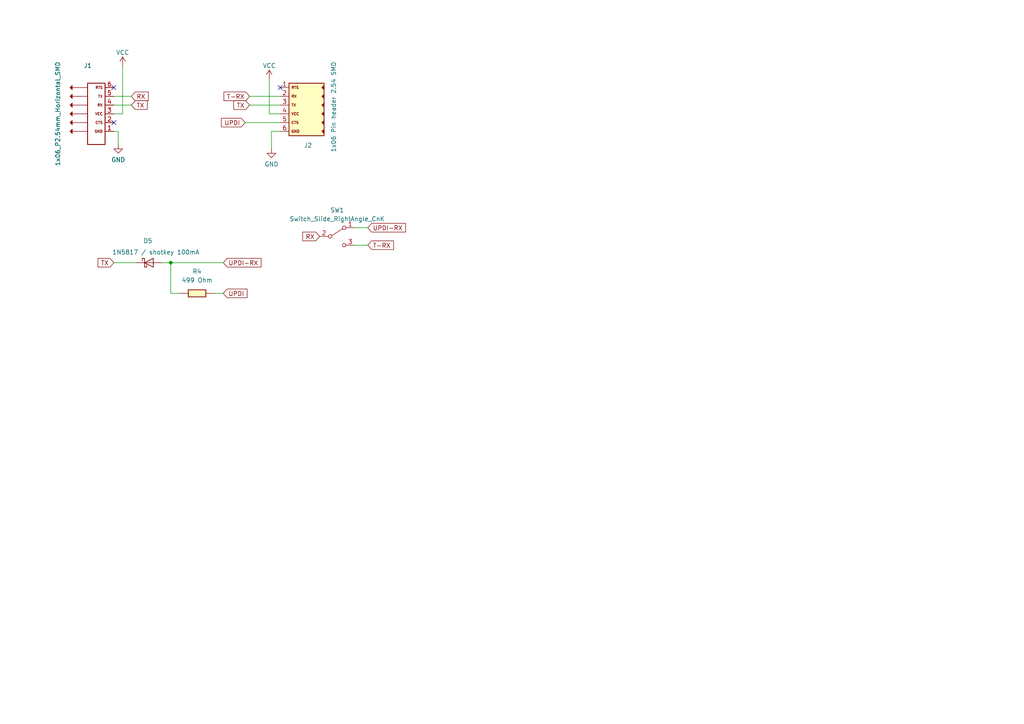
<source format=kicad_sch>
(kicad_sch (version 20250114) (generator "eeschema") (generator_version "9.0")
  (paper "A4")
  (lib_symbols
    (symbol "fab:Conn_PinHeader_FTDI_1x06_P2.54mm_Horizontal_SMD"
      (property "Reference" "J" (at 0 10.16 0))
      (property "Value" "Conn_PinHeader_FTDI_1x06_P2.54mm_Horizontal_SMD" (at 0 -10.16 0))
      (symbol "Conn_PinHeader_FTDI_1x06_P2.54mm_Horizontal_SMD_0_0"
        (polyline (pts (xy 2.54 5.08) (xy 7.62 5.08)))
        (polyline (pts (xy 2.54 2.54) (xy 7.62 2.54)))
        (polyline (pts (xy 2.54 0) (xy 7.62 0)))
        (polyline (pts (xy 2.54 -2.54) (xy 7.62 -2.54)))
        (polyline (pts (xy 2.54 -5.08) (xy 7.62 -5.08)))
        (polyline (pts (xy 2.54 -7.62) (xy 7.62 -7.62)))
        (polyline (pts (xy 6.985 5.715) (xy 7.62 5.08) (xy 6.985 4.445) (xy 6.985 5.715)) (fill (type outline)))
        (polyline (pts (xy 6.985 3.175) (xy 7.62 2.54) (xy 6.985 1.905) (xy 6.985 3.175)) (fill (type outline)))
        (polyline (pts (xy 6.985 0.635) (xy 7.62 0) (xy 6.985 -0.635) (xy 6.985 0.635)) (fill (type outline)))
        (polyline (pts (xy 6.985 -1.905) (xy 7.62 -2.54) (xy 6.985 -3.175) (xy 6.985 -1.905)) (fill (type outline)))
        (polyline (pts (xy 6.985 -4.445) (xy 7.62 -5.08) (xy 6.985 -5.715) (xy 6.985 -4.445)) (fill (type outline)))
        (polyline (pts (xy 6.985 -6.985) (xy 7.62 -7.62) (xy 6.985 -8.255) (xy 6.985 -6.985)) (fill (type outline)))
        (text "GND" (at -1.905 5.08 0) (effects (font (size 0.75 0.75)) (justify left)))
        (text "CTS" (at -1.905 2.54 0) (effects (font (size 0.75 0.75)) (justify left)))
        (text "VCC" (at -1.905 0 0) (effects (font (size 0.75 0.75)) (justify left)))
        (text "RX" (at -1.905 -2.54 0) (effects (font (size 0.75 0.75)) (justify left)))
        (text "TX" (at -1.905 -5.08 0) (effects (font (size 0.75 0.75)) (justify left)))
        (text "RTS" (at -1.905 -7.62 0) (effects (font (size 0.75 0.75)) (justify left)))
      )
      (symbol "Conn_PinHeader_FTDI_1x06_P2.54mm_Horizontal_SMD_1_0"
        (rectangle (start -2.54 8.89) (end 2.54 -8.89) (stroke (width 0.254)))
      )
      (symbol "Conn_PinHeader_FTDI_1x06_P2.54mm_Horizontal_SMD_1_1"
        (pin passive line (at -5.08 5.08 0) (length 2.54) (name "") (number "1"))
        (pin passive line (at -5.08 2.54 0) (length 2.54) (name "") (number "2"))
        (pin passive line (at -5.08 0 0) (length 2.54) (name "") (number "3"))
        (pin passive line (at -5.08 -2.54 0) (length 2.54) (name "") (number "4"))
        (pin passive line (at -5.08 -5.08 0) (length 2.54) (name "") (number "5"))
        (pin passive line (at -5.08 -7.62 0) (length 2.54) (name "") (number "6"))
      )
    )
    (symbol "fab:Diode_Schottky_MiniSMA" (pin_numbers (hide yes)) (pin_names (offset 1.016) (hide yes))
      (property "Reference" "D" (at 0 2.54 0))
      (property "Value" "Diode_Schottky_MiniSMA" (at 0 -2.54 0))
      (symbol "Diode_Schottky_MiniSMA_0_1"
        (polyline (pts (xy -1.905 0.635) (xy -1.905 1.27) (xy -1.27 1.27) (xy -1.27 -1.27) (xy -0.635 -1.27) (xy -0.635 -0.635)) (stroke (width 0.2032)))
        (polyline (pts (xy 1.27 1.27) (xy 1.27 -1.27) (xy -1.27 0) (xy 1.27 1.27)) (stroke (width 0.2032)))
        (polyline (pts (xy 1.27 0) (xy -1.27 0)))
      )
      (symbol "Diode_Schottky_MiniSMA_1_1"
        (pin passive line (at -3.81 0 0) (length 2.54) (name "K") (number "1"))
        (pin passive line (at 3.81 0 180) (length 2.54) (name "A") (number "2"))
      )
    )
    (symbol "fab:R_1206" (pin_numbers (hide yes)) (pin_names (offset 0))
      (property "Reference" "R" (at 2.54 0 90))
      (property "Value" "R_1206" (at -2.54 0 90))
      (symbol "R_1206_0_1"
        (rectangle (start -1.016 -2.54) (end 1.016 2.54) (stroke (width 0.254)) (fill (type background)))
      )
      (symbol "R_1206_1_1"
        (pin passive line (at 0 5.08 270) (length 2.54) (name "~") (number "1"))
        (pin passive line (at 0 -5.08 90) (length 2.54) (name "~") (number "2"))
      )
    )
    (symbol "fab:Switch_Slide_RightAngle_CnK" (pin_names (offset 0) (hide yes))
      (property "Reference" "SW" (at 0 4.318 0))
      (property "Value" "Switch_Slide_RightAngle_CnK" (at 0 -5.08 0))
      (symbol "Switch_Slide_RightAngle_CnK_0_0"
        (circle (center -2.032 0) (radius 0.508))
        (circle (center 2.032 -2.54) (radius 0.508))
      )
      (symbol "Switch_Slide_RightAngle_CnK_0_1"
        (polyline (pts (xy -1.524 0.254) (xy 1.651 2.286)))
        (circle (center 2.032 2.54) (radius 0.508))
      )
      (symbol "Switch_Slide_RightAngle_CnK_1_1"
        (pin passive line (at -5.08 0 0) (length 2.54) (name "B") (number "2"))
        (pin passive line (at 5.08 2.54 180) (length 2.54) (name "A") (number "1"))
        (pin passive line (at 5.08 -2.54 180) (length 2.54) (name "C") (number "3"))
      )
    )
    (symbol "fabold:Conn_PinSocket_FTDI_1x06_P2.54mm_Horizontal_SMD"
      (property "Reference" "J" (at 0 7.62 0))
      (property "Value" "Conn_PinSocket_FTDI_1x06_P2.54mm_Horizontal_SMD" (at 0 -10.16 0))
      (symbol "Conn_PinSocket_FTDI_1x06_P2.54mm_Horizontal_SMD_0_0"
        (polyline (pts (xy -2.286 -7.366) (xy -2.286 -7.366)))
        (polyline (pts (xy 5.08 5.715) (xy 4.445 5.08) (xy 5.08 4.445) (xy 5.08 5.715)) (fill (type outline)))
        (polyline (pts (xy 5.08 3.175) (xy 4.445 2.54) (xy 5.08 1.905) (xy 5.08 3.175)) (fill (type outline)))
        (polyline (pts (xy 5.08 0.635) (xy 4.445 0) (xy 5.08 -0.635) (xy 5.08 0.635)) (fill (type outline)))
        (polyline (pts (xy 5.08 -1.905) (xy 4.445 -2.54) (xy 5.08 -3.175) (xy 5.08 -1.905)) (fill (type outline)))
        (polyline (pts (xy 5.08 -4.445) (xy 4.445 -5.08) (xy 5.08 -5.715) (xy 5.08 -4.445)) (fill (type outline)))
        (polyline (pts (xy 5.08 -6.985) (xy 4.445 -7.62) (xy 5.08 -8.255) (xy 5.08 -6.985)) (fill (type outline)))
        (text "RTS" (at -4.445 5.08 0) (effects (font (size 0.75 0.75)) (justify left)))
        (text "RX" (at -4.445 2.54 0) (effects (font (size 0.75 0.75)) (justify left)))
        (text "TX" (at -4.445 0 0) (effects (font (size 0.75 0.75)) (justify left)))
        (text "VCC" (at -4.445 -2.54 0) (effects (font (size 0.75 0.75)) (justify left)))
        (text "CTS" (at -4.445 -5.08 0) (effects (font (size 0.75 0.75)) (justify left)))
        (text "GND" (at -4.445 -7.62 0) (effects (font (size 0.75 0.75)) (justify left)))
      )
      (symbol "Conn_PinSocket_FTDI_1x06_P2.54mm_Horizontal_SMD_0_1"
        (rectangle (start -5.08 6.35) (end 5.08 -8.89) (stroke (width 0.254)) (fill (type background)))
      )
      (symbol "Conn_PinSocket_FTDI_1x06_P2.54mm_Horizontal_SMD_1_1"
        (pin passive line (at -7.62 5.08 0) (length 2.54) (name "") (number "1"))
        (pin passive line (at -7.62 2.54 0) (length 2.54) (name "") (number "2"))
        (pin passive line (at -7.62 0 0) (length 2.54) (name "") (number "3"))
        (pin passive line (at -7.62 -2.54 0) (length 2.54) (name "") (number "4"))
        (pin passive line (at -7.62 -5.08 0) (length 2.54) (name "") (number "5"))
        (pin passive line (at -7.62 -7.62 0) (length 2.54) (name "") (number "6"))
      )
    )
    (symbol "power:GND" (power) (pin_names (offset 0))
      (property "Value" "GND" (at 0 -3.81 0))
      (symbol "GND_0_1"
        (polyline (pts (xy 0 0) (xy 0 -1.27) (xy 1.27 -1.27) (xy 0 -2.54) (xy -1.27 -1.27) (xy 0 -1.27)))
      )
      (symbol "GND_1_1"
        (pin power_in line (at 0 0 270) (length 0) (hide yes) (name "GND") (number "1"))
      )
    )
    (symbol "power:VCC" (power) (pin_names (offset 0))
      (property "Value" "VCC" (at 0 3.81 0))
      (symbol "VCC_0_1"
        (polyline (pts (xy -0.762 1.27) (xy 0 2.54)))
        (polyline (pts (xy 0 2.54) (xy 0.762 1.27)))
        (polyline (pts (xy 0 0) (xy 0 2.54)))
      )
      (symbol "VCC_1_1"
        (pin power_in line (at 0 0 90) (length 0) (hide yes) (name "VCC") (number "1"))
      )
    )
  )
  (junction (at 49.53 76.2))
  (no_connect (at 81.28 25.4))
  (no_connect (at 33.02 25.4))
  (no_connect (at 33.02 35.56))
  (wire (pts (xy 38.1 30.48) (xy 33.02 30.48)))
  (wire (pts (xy 72.39 27.94) (xy 81.28 27.94)))
  (wire (pts (xy 81.28 38.1) (xy 78.74 38.1)))
  (wire (pts (xy 46.99 76.2) (xy 49.53 76.2)))
  (wire (pts (xy 35.56 19.05) (xy 35.56 33.02)))
  (wire (pts (xy 78.105 33.02) (xy 78.105 22.86)))
  (wire (pts (xy 106.68 66.04) (xy 102.87 66.04)))
  (wire (pts (xy 34.29 38.1) (xy 34.29 41.91)))
  (wire (pts (xy 71.12 35.56) (xy 81.28 35.56)))
  (wire (pts (xy 64.77 85.09) (xy 62.23 85.09)))
  (wire (pts (xy 33.02 38.1) (xy 34.29 38.1)))
  (wire (pts (xy 78.74 38.1) (xy 78.74 43.18)))
  (wire (pts (xy 52.07 85.09) (xy 49.53 85.09)))
  (wire (pts (xy 39.37 76.2) (xy 33.02 76.2)))
  (wire (pts (xy 38.1 27.94) (xy 33.02 27.94)))
  (wire (pts (xy 72.39 30.48) (xy 81.28 30.48)))
  (wire (pts (xy 81.28 33.02) (xy 78.105 33.02)))
  (wire (pts (xy 49.53 76.2) (xy 64.77 76.2)))
  (wire (pts (xy 106.68 71.12) (xy 102.87 71.12)))
  (wire (pts (xy 33.02 33.02) (xy 35.56 33.02)))
  (wire (pts (xy 49.53 76.2) (xy 49.53 85.09)))
  (global_label "UPDI-RX" (shape input) (at 106.68 66.04 0) (property "Intersheetrefs" "${INTERSHEET_REFS}" (effects (hide yes))))
  (global_label "T-RX" (shape input) (at 72.39 27.94 180) (property "Intersheetrefs" "${INTERSHEET_REFS}" (effects (hide yes))))
  (global_label "T-RX" (shape input) (at 106.68 71.12 0) (property "Intersheetrefs" "${INTERSHEET_REFS}" (effects (hide yes))))
  (global_label "RX" (shape input) (at 38.1 27.94 0) (property "Intersheetrefs" "${INTERSHEET_REFS}" (effects (hide yes))))
  (global_label "UPDI" (shape input) (at 71.12 35.56 180) (property "Intersheetrefs" "${INTERSHEET_REFS}" (effects (hide yes))))
  (global_label "TX" (shape input) (at 38.1 30.48 0) (property "Intersheetrefs" "${INTERSHEET_REFS}" (effects (hide yes))))
  (global_label "UPDI" (shape input) (at 64.77 85.09 0) (property "Intersheetrefs" "${INTERSHEET_REFS}" (effects (hide yes))))
  (global_label "UPDI-RX" (shape input) (at 64.77 76.2 0) (property "Intersheetrefs" "${INTERSHEET_REFS}" (effects (hide yes))))
  (global_label "TX" (shape input) (at 72.39 30.48 180) (property "Intersheetrefs" "${INTERSHEET_REFS}" (effects (hide yes))))
  (global_label "TX" (shape input) (at 33.02 76.2 180) (property "Intersheetrefs" "${INTERSHEET_REFS}" (effects (hide yes))))
  (global_label "RX" (shape input) (at 92.71 68.58 180) (property "Intersheetrefs" "${INTERSHEET_REFS}" (effects (hide yes))))
  (symbol (lib_id "fab:Diode_Schottky_MiniSMA") (at 43.18 76.2 0) (unit 1)
    (property "Reference" "D5" (at 42.8625 69.85 0))
    (property "Value" "1N5817 / shotkey 100mA" (at 45.212 73.152 0))
    (property "Footprint" "fab:Diode_Schottky_MiniSMA" (effects (hide yes)))
    (property "Datasheet" "https://www.st.com/content/ccc/resource/technical/document/datasheet/c6/32/d4/4a/28/d3/4b/11/CD00004930.pdf/files/CD00004930.pdf/jcr:content/translations/en.CD00004930.pdf" (effects (hide yes)))
    (property "Description" "Schottky diode with Mini-SMA footprint" (effects (hide yes)))
  )
  (symbol (lib_id "power:VCC") (at 78.105 22.86 0) (unit 1)
    (property "Reference" "#PWR05" (effects (hide yes)))
    (property "Value" "VCC" (at 78.105 19.05 0))
  )
  (symbol (lib_id "fab:R_1206") (at 57.15 85.09 90) (unit 1)
    (property "Reference" "R4" (at 57.15 78.74 90))
    (property "Value" "499 Ohm" (at 57.15 81.28 90))
    (property "Footprint" "fab:R_1206" (effects (hide yes)))
    (property "Description" "Resistor" (effects (hide yes)))
  )
  (symbol (lib_id "fab:Switch_Slide_RightAngle_CnK") (at 97.79 68.58 0) (unit 1)
    (property "Reference" "SW1" (at 97.79 60.96 0))
    (property "Value" "Switch_Slide_RightAngle_CnK" (at 97.79 63.5 0))
    (property "Footprint" "fab:Switch_Slide_RightAngle_CnK_AYZ0102AGRLC_7.2x3mm" (effects (hide yes)))
    (property "Datasheet" "https://www.ckswitches.com/media/1431/ayz.pdf" (effects (hide yes)))
    (property "Description" "Slide Switch SPDT Surface Mount, Right Angle" (effects (hide yes)))
  )
  (symbol (lib_id "fab:Conn_PinHeader_FTDI_1x06_P2.54mm_Horizontal_SMD") (at 27.94 33.02 180) (unit 1)
    (property "Reference" "J1" (at 25.4635 19.05 0))
    (property "Value" "1x06_P2.54mm_Horizontal_SMD" (at 16.764 33.02 90))
    (property "Footprint" "fab:PinHeader_1x06_P2.54mm_Horizontal_SMD" (effects (hide yes)))
    (property "Description" "FTDI header connector, usually used on the target board side" (effects (hide yes)))
  )
  (symbol (lib_id "power:GND") (at 34.29 41.91 0) (unit 1)
    (property "Reference" "#PWR08" (effects (hide yes)))
    (property "Value" "GND" (at 34.29 46.355 0))
  )
  (symbol (lib_id "power:GND") (at 78.74 43.18 0) (unit 1)
    (property "Reference" "#PWR04" (effects (hide yes)))
    (property "Value" "GND" (at 78.74 47.625 0))
  )
  (symbol (lib_id "fabold:Conn_PinSocket_FTDI_1x06_P2.54mm_Horizontal_SMD") (at 88.9 30.48 0) (unit 1)
    (property "Reference" "J2" (at 88.138 42.164 0) (effects (justify left)))
    (property "Value" "1x06 Pin header 2.54 SMD" (at 96.774 44.196 90) (effects (justify left)))
    (property "Footprint" "fab:PinSocket_1x06_P2.54mm_Horizontal_SMD" (effects (hide yes)))
  )
  (symbol (lib_id "power:VCC") (at 35.56 19.05 0) (unit 1)
    (property "Reference" "#PWR09" (effects (hide yes)))
    (property "Value" "VCC" (at 35.56 15.24 0))
  )
)
</source>
